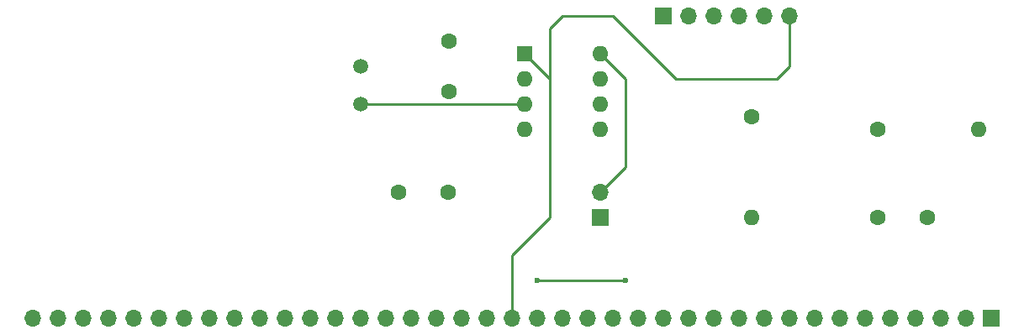
<source format=gbr>
G04 #@! TF.FileFunction,Copper,L2,Bot,Signal*
%FSLAX46Y46*%
G04 Gerber Fmt 4.6, Leading zero omitted, Abs format (unit mm)*
G04 Created by KiCad (PCBNEW 4.0.6) date 05/04/17 15:53:17*
%MOMM*%
%LPD*%
G01*
G04 APERTURE LIST*
%ADD10C,0.100000*%
%ADD11C,1.600000*%
%ADD12R,1.700000X1.700000*%
%ADD13O,1.700000X1.700000*%
%ADD14O,1.600000X1.600000*%
%ADD15R,1.600000X1.600000*%
%ADD16C,1.500000*%
%ADD17C,0.600000*%
%ADD18C,0.250000*%
G04 APERTURE END LIST*
D10*
D11*
X142240000Y-99060000D03*
X142240000Y-104060000D03*
X137160000Y-114300000D03*
X142160000Y-114300000D03*
X185420000Y-116840000D03*
X190420000Y-116840000D03*
D12*
X157480000Y-116840000D03*
D13*
X157480000Y-114300000D03*
D11*
X185420000Y-107950000D03*
D14*
X195580000Y-107950000D03*
D11*
X172720000Y-106680000D03*
D14*
X172720000Y-116840000D03*
D15*
X149860000Y-100330000D03*
D14*
X157480000Y-107950000D03*
X149860000Y-102870000D03*
X157480000Y-105410000D03*
X149860000Y-105410000D03*
X157480000Y-102870000D03*
X149860000Y-107950000D03*
X157480000Y-100330000D03*
D12*
X163830000Y-96520000D03*
D13*
X166370000Y-96520000D03*
X168910000Y-96520000D03*
X171450000Y-96520000D03*
X173990000Y-96520000D03*
X176530000Y-96520000D03*
D12*
X196850000Y-127000000D03*
D13*
X194310000Y-127000000D03*
X191770000Y-127000000D03*
X189230000Y-127000000D03*
X186690000Y-127000000D03*
X184150000Y-127000000D03*
X181610000Y-127000000D03*
X179070000Y-127000000D03*
X176530000Y-127000000D03*
X173990000Y-127000000D03*
X171450000Y-127000000D03*
X168910000Y-127000000D03*
X166370000Y-127000000D03*
X163830000Y-127000000D03*
X161290000Y-127000000D03*
X158750000Y-127000000D03*
X156210000Y-127000000D03*
X153670000Y-127000000D03*
X151130000Y-127000000D03*
X148590000Y-127000000D03*
X146050000Y-127000000D03*
X143510000Y-127000000D03*
X140970000Y-127000000D03*
X138430000Y-127000000D03*
X135890000Y-127000000D03*
X133350000Y-127000000D03*
X130810000Y-127000000D03*
X128270000Y-127000000D03*
X125730000Y-127000000D03*
X123190000Y-127000000D03*
X120650000Y-127000000D03*
X118110000Y-127000000D03*
X115570000Y-127000000D03*
X113030000Y-127000000D03*
X110490000Y-127000000D03*
X107950000Y-127000000D03*
X105410000Y-127000000D03*
X102870000Y-127000000D03*
X100330000Y-127000000D03*
D16*
X133350000Y-101600000D03*
X133350000Y-105400000D03*
D17*
X160020000Y-123190000D03*
X151130000Y-123190000D03*
D18*
X133350000Y-105400000D02*
X149850000Y-105400000D01*
X149850000Y-105400000D02*
X149860000Y-105410000D01*
X152400000Y-102870000D02*
X152400000Y-97790000D01*
X176530000Y-101600000D02*
X176530000Y-96520000D01*
X175260000Y-102870000D02*
X176530000Y-101600000D01*
X165100000Y-102870000D02*
X175260000Y-102870000D01*
X158750000Y-96520000D02*
X165100000Y-102870000D01*
X153670000Y-96520000D02*
X158750000Y-96520000D01*
X152400000Y-97790000D02*
X153670000Y-96520000D01*
X149860000Y-100330000D02*
X152400000Y-102870000D01*
X148590000Y-120650000D02*
X148590000Y-127000000D01*
X152400000Y-116840000D02*
X148590000Y-120650000D01*
X152400000Y-102870000D02*
X152400000Y-116840000D01*
X151130000Y-123190000D02*
X160020000Y-123190000D01*
X157480000Y-114300000D02*
X160020000Y-111760000D01*
X160020000Y-102870000D02*
X157480000Y-100330000D01*
X160020000Y-111760000D02*
X160020000Y-102870000D01*
M02*

</source>
